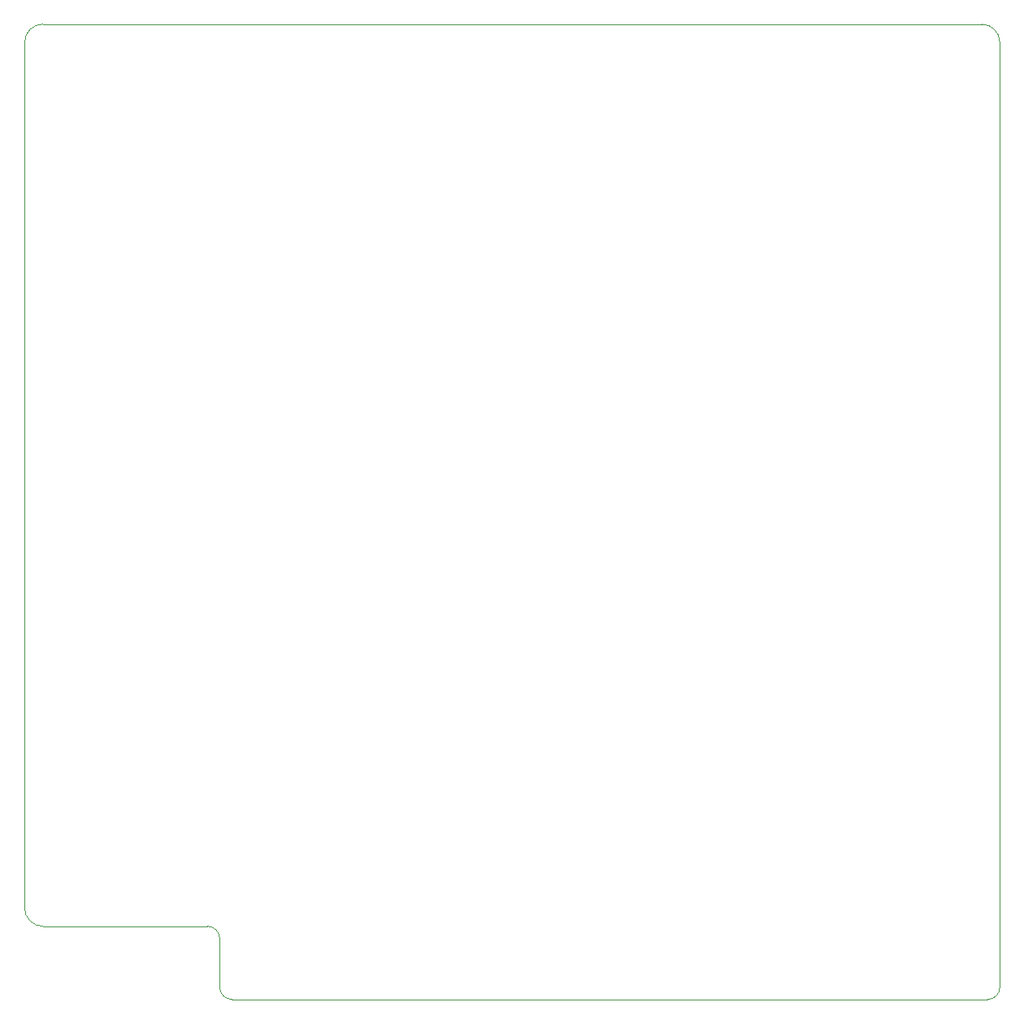
<source format=gbr>
G04 #@! TF.GenerationSoftware,KiCad,Pcbnew,8.0.4*
G04 #@! TF.CreationDate,2025-02-18T09:49:29-03:00*
G04 #@! TF.ProjectId,XT Prototype Board,58542050-726f-4746-9f74-79706520426f,rev?*
G04 #@! TF.SameCoordinates,Original*
G04 #@! TF.FileFunction,Profile,NP*
%FSLAX46Y46*%
G04 Gerber Fmt 4.6, Leading zero omitted, Abs format (unit mm)*
G04 Created by KiCad (PCBNEW 8.0.4) date 2025-02-18 09:49:29*
%MOMM*%
%LPD*%
G01*
G04 APERTURE LIST*
G04 #@! TA.AperFunction,Profile*
%ADD10C,0.050000*%
G04 #@! TD*
G04 APERTURE END LIST*
D10*
X53975000Y-39370000D02*
X53975000Y-129540000D01*
X75565000Y-139065000D02*
G75*
G02*
X74295000Y-137795000I0J1270000D01*
G01*
X155575000Y-137795000D02*
G75*
G02*
X154305000Y-139065000I-1270000J0D01*
G01*
X53975000Y-39370000D02*
G75*
G02*
X55880000Y-37465000I1905000J0D01*
G01*
X153670000Y-37465000D02*
G75*
G02*
X155575000Y-39370000I0J-1905000D01*
G01*
X73025000Y-131445000D02*
X55880000Y-131445000D01*
X55880000Y-131445000D02*
G75*
G02*
X53975000Y-129540000I0J1905000D01*
G01*
X74295000Y-137795000D02*
X74295000Y-132715000D01*
X153670000Y-37465000D02*
X55880000Y-37465000D01*
X73025000Y-131445000D02*
G75*
G02*
X74295000Y-132715000I0J-1270000D01*
G01*
X75565000Y-139065000D02*
X154305000Y-139065000D01*
X155575000Y-137795000D02*
X155575000Y-39370000D01*
M02*

</source>
